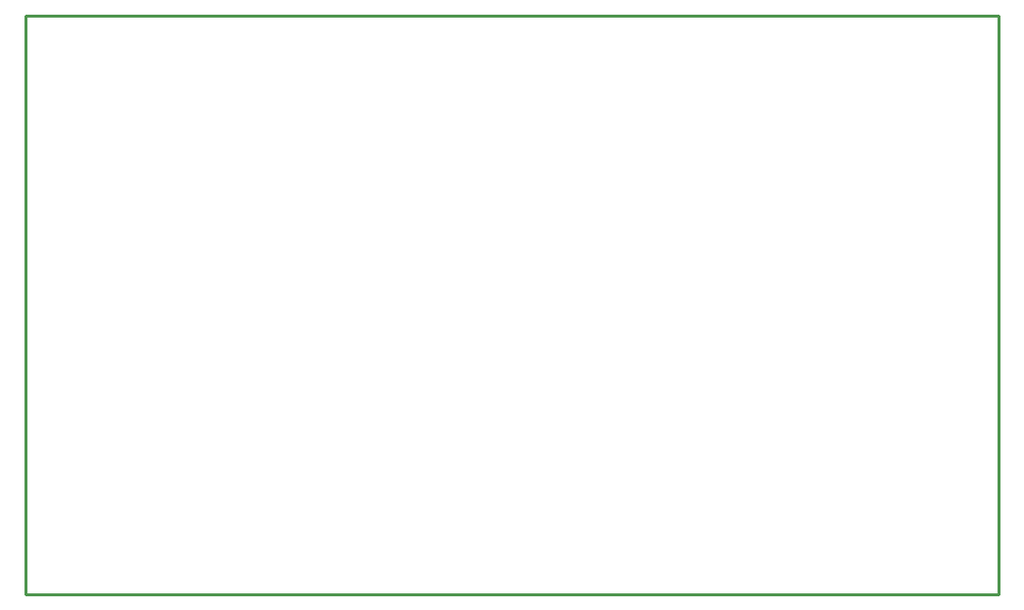
<source format=gko>
G04*
G04 #@! TF.GenerationSoftware,Altium Limited,Altium Designer,21.2.1 (34)*
G04*
G04 Layer_Color=16711935*
%FSTAX24Y24*%
%MOIN*%
G70*
G04*
G04 #@! TF.SameCoordinates,6ED15E3A-B912-4763-B2B7-C2A7582740ED*
G04*
G04*
G04 #@! TF.FilePolarity,Positive*
G04*
G01*
G75*
%ADD14C,0.0100*%
D14*
X0177Y034535D02*
X050771D01*
Y01485D02*
Y034535D01*
X0177Y01485D02*
Y034535D01*
Y01485D02*
X050771D01*
M02*

</source>
